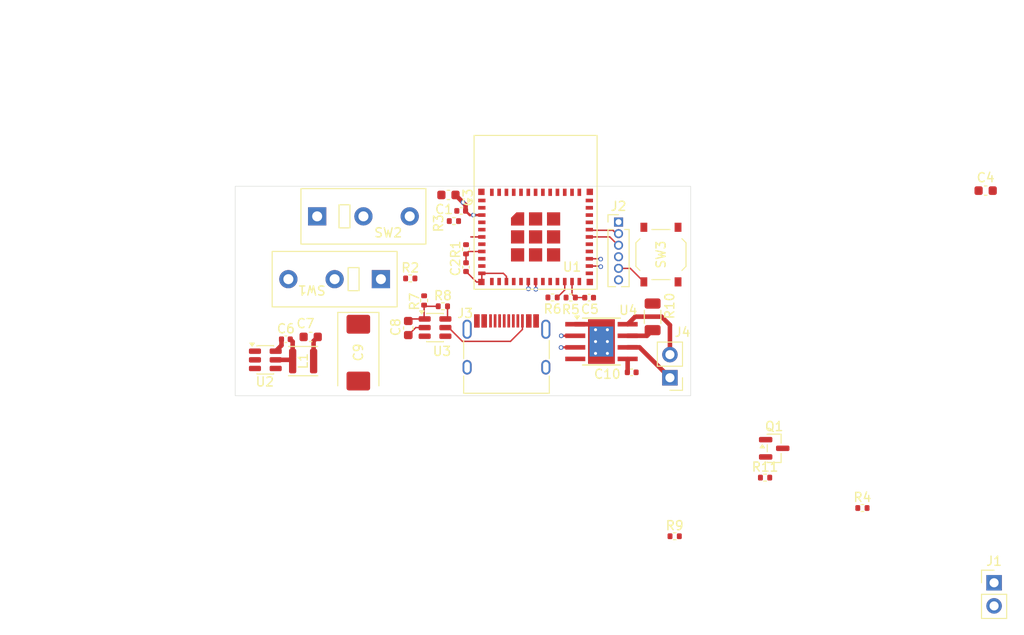
<source format=kicad_pcb>
(kicad_pcb (version 20241229) (generator "pcbnew") (generator_version "9.0")
  (layers (0 "F.Cu" signal) (4 "In1.Cu" signal) (6 "In2.Cu" signal) (2 "B.Cu" signal) (13 "F.Paste" user) (15 "B.Paste" user) (5 "F.SilkS" user "F.Silkscreen") (7 "B.SilkS" user "B.Silkscreen") (1 "F.Mask" user) (3 "B.Mask" user) (25 "Edge.Cuts" user))
  (net 0 "")
  (net 1 "GND")
  (net 2 "+3V3")
  (net 3 "EN")
  (net 4 "IO9{slash}BOOT")
  (net 5 "Net-(U3-VDD)")
  (net 6 "JTAG_DP")
  (net 7 "CC2")
  (net 8 "CC1")
  (net 9 "JTAG_DM")
  (net 10 "+12V")
  (net 11 "Net-(U2-SW)")
  (net 12 "LED_CTRL")
  (net 13 "IO8")
  (net 14 "Net-(U3-CFG)")
  (net 15 "Net-(U4-ISEN)")
  (net 16 "OPEN_SW")
  (net 17 "CLOSE_SW")
  (net 20 "UART_TXD")
  (net 25 "MOTOR_IN1")
  (net 26 "MOTOR_IN2")
  (net 33 "UART_RXD")
  (net 35 "Net-(U2-BST)")
  (net 38 "Net-(J1-Pin_1)")
  (net 41 "Net-(J4-Pin_2)")
  (net 42 "Net-(J4-Pin_1)")
  (net 43 "Net-(SW1-A)")
  (net 44 "Net-(SW2-A)")
  (footprint "Package_SO:Texas_HTSOP-8-1EP_3.9x4.9mm_P1.27mm_EP2.95x4.9mm_Mask2.4x3.1mm_ThermalVias" (layer "F.Cu") (at 89.205 97.055)
    (property "Reference" "U4" (at 2.945 -3.445 0) (layer "F.SilkS"))
    (property "Value" "DRV8870DDA")
    (fp_line (start -2.075 -2.575) (end 2.075 -2.575) (stroke (width 0.15)) (layer "F.SilkS"))
    (fp_line (start -2.075 2.575) (end 2.075 2.575) (stroke (width 0.15)) (layer "F.SilkS"))
    (fp_poly (pts (xy -2.675 -2.475) (xy -2.915 -2.805) (xy -2.435 -2.805) (xy -2.675 -2.475)) (stroke (width 0.12)) (fill yes) (layer "F.SilkS"))
    (pad "1" smd rect (at -2.875 -1.905) (size 2.2 0.5) (layers "F.Cu" "F.Mask" "F.Paste") (net 1 "GND"))
    (pad "2" smd rect (at -2.875 -0.635) (size 2.2 0.5) (layers "F.Cu" "F.Mask" "F.Paste") (net 26 "MOTOR_IN2"))
    (pad "3" smd rect (at -2.875 0.635) (size 2.2 0.5) (layers "F.Cu" "F.Mask" "F.Paste") (net 25 "MOTOR_IN1"))
    (pad "4" smd rect (at -2.875 1.905) (size 2.2 0.5) (layers "F.Cu" "F.Mask" "F.Paste") (net 2 "+3V3"))
    (pad "5" smd rect (at 2.875 1.905) (size 2.2 0.5) (layers "F.Cu" "F.Mask" "F.Paste") (net 10 "+12V"))
    (pad "6" smd rect (at 2.875 0.635) (size 2.2 0.5) (layers "F.Cu" "F.Mask" "F.Paste") (net 42 "Net-(J4-Pin_1)"))
    (pad "7" smd rect (at 2.875 -0.635) (size 2.2 0.5) (layers "F.Cu" "F.Mask" "F.Paste") (net 15 "Net-(U4-ISEN)"))
    (pad "8" smd rect (at 2.875 -1.905) (size 2.2 0.5) (layers "F.Cu" "F.Mask" "F.Paste") (net 41 "Net-(J4-Pin_2)"))
    (pad "9" thru_hole circle (at -0.65 -1.3) (size 0.63 0.63) (drill 0.33) (layers "*.Cu" "*.Mask") (net 1 "GND"))
    (pad "9" thru_hole circle (at -0.65 0) (size 0.63 0.63) (drill 0.33) (layers "*.Cu" "*.Mask") (net 1 "GND"))
    (pad "9" thru_hole circle (at -0.65 1.3) (size 0.63 0.63) (drill 0.33) (layers "*.Cu" "*.Mask") (net 1 "GND"))
    (pad "9" smd rect (at 0 0) (size 2.6 3.3) (layers "B.Cu") (net 1 "GND"))
    (pad "9" smd rect (at 0 0) (size 2.95 4.9) (layers "F.Cu") (net 1 "GND"))
    (pad "9" thru_hole circle (at 0.65 -1.3) (size 0.63 0.63) (drill 0.33) (layers "*.Cu" "*.Mask") (net 1 "GND"))
    (pad "9" thru_hole circle (at 0.65 0) (size 0.63 0.63) (drill 0.33) (layers "*.Cu" "*.Mask") (net 1 "GND"))
    (pad "9" thru_hole circle (at 0.65 1.3) (size 0.63 0.63) (drill 0.33) (layers "*.Cu" "*.Mask") (net 1 "GND"))
  )
  (footprint "Resistor_SMD:R_0402_1005Metric" (layer "F.Cu") (at 85.83 92.22)
    (property "Reference" "R5" (at 0.01 1.31 0) (layer "F.SilkS"))
    (property "Value" "22k")
    (fp_line (start -0.153641 -0.38) (end 0.153641 -0.38) (stroke (width 0.12)) (layer "F.SilkS"))
    (fp_line (start -0.153641 0.38) (end 0.153641 0.38) (stroke (width 0.12)) (layer "F.SilkS"))
    (pad "1" smd roundrect (at -0.51 0) (size 0.54 0.64) (layers "F.Cu" "F.Mask" "F.Paste") (net 2 "+3V3"))
    (pad "2" smd roundrect (at 0.51 0) (size 0.54 0.64) (layers "F.Cu" "F.Mask" "F.Paste") (net 4 "IO9{slash}BOOT"))
  )
  (footprint "Capacitor_SMD:C_0402_1005Metric" (layer "F.Cu") (at 54.565 96.8)
    (property "Reference" "C6" (at 0 -1.16 0) (layer "F.SilkS"))
    (property "Value" "100nF")
    (fp_line (start -0.107836 -0.36) (end 0.107836 -0.36) (stroke (width 0.12)) (layer "F.SilkS"))
    (fp_line (start -0.107836 0.36) (end 0.107836 0.36) (stroke (width 0.12)) (layer "F.SilkS"))
    (pad "1" smd roundrect (at -0.48 0) (size 0.56 0.62) (layers "F.Cu" "F.Mask" "F.Paste") (net 35 "Net-(U2-BST)"))
    (pad "2" smd roundrect (at 0.48 0) (size 0.56 0.62) (layers "F.Cu" "F.Mask" "F.Paste") (net 11 "Net-(U2-SW)"))
  )
  (footprint "Connector_PinHeader_1.27mm:PinHeader_1x06_P1.27mm_Vertical" (layer "F.Cu") (at 91.08 83.93)
    (property "Reference" "J2" (at 0 -1.745 0) (layer "F.SilkS"))
    (property "Value" "UART_PROG")
    (fp_line (start -1.16 -0.81) (end 0 -0.81) (stroke (width 0.12)) (layer "F.SilkS"))
    (fp_line (start -1.16 0) (end -1.16 -0.81) (stroke (width 0.12)) (layer "F.SilkS"))
    (fp_line (start -1.16 0.81) (end -1.16 7.095) (stroke (width 0.12)) (layer "F.SilkS"))
    (fp_line (start -1.16 0.81) (end -0.666708 0.81) (stroke (width 0.12)) (layer "F.SilkS"))
    (fp_line (start -1.16 7.095) (end -0.317923 7.095) (stroke (width 0.12)) (layer "F.SilkS"))
    (fp_line (start 0.317923 7.095) (end 1.16 7.095) (stroke (width 0.12)) (layer "F.SilkS"))
    (fp_line (start 0.666708 0.81) (end 1.16 0.81) (stroke (width 0.12)) (layer "F.SilkS"))
    (fp_line (start 1.16 0.81) (end 1.16 7.095) (stroke (width 0.12)) (layer "F.SilkS"))
    (pad "1" thru_hole rect (at 0 0) (size 1 1) (drill 0.65) (layers "*.Cu" "*.Mask") (net 2 "+3V3"))
    (pad "2" thru_hole circle (at 0 1.27) (size 1 1) (drill 0.65) (layers "*.Cu" "*.Mask") (net 20 "UART_TXD"))
    (pad "3" thru_hole circle (at 0 2.54) (size 1 1) (drill 0.65) (layers "*.Cu" "*.Mask") (net 33 "UART_RXD"))
    (pad "4" thru_hole circle (at 0 3.81) (size 1 1) (drill 0.65) (layers "*.Cu" "*.Mask") (net 3 "EN"))
    (pad "5" thru_hole circle (at 0 5.08) (size 1 1) (drill 0.65) (layers "*.Cu" "*.Mask") (net 4 "IO9{slash}BOOT"))
    (pad "6" thru_hole circle (at 0 6.35) (size 1 1) (drill 0.65) (layers "*.Cu" "*.Mask") (net 1 "GND"))
  )
  (footprint "Button_Switch_THT:SW_XKB_DM1-16UP-1" (layer "F.Cu") (at 58 83.3)
    (property "Reference" "SW2" (at 7.8 1.8 0) (layer "F.SilkS"))
    (property "Value" "CLOSE_DET")
    (fp_rect (start 2.4 -1.27) (end 3.6 1.27) (stroke (width 0.12)) (fill no) (layer "F.SilkS"))
    (fp_rect (start 11.938 -3.048) (end -1.778 3.048) (stroke (width 0.12)) (fill no) (layer "F.SilkS"))
    (pad "1" thru_hole rect (at 0 0) (size 2 2) (drill 1.1) (layers "*.Cu" "*.Mask") (net 44 "Net-(SW2-A)"))
    (pad "2" thru_hole circle (at 5.08 0) (size 2 2) (drill 1.1) (layers "*.Cu" "*.Mask") (net 1 "GND"))
    (pad "3" thru_hole circle (at 10.16 0) (size 2 2) (drill 1.1) (layers "*.Cu" "*.Mask") (net 2 "+3V3"))
  )
  (footprint "Resistor_SMD:R_0402_1005Metric" (layer "F.Cu") (at 83.84 92.21)
    (property "Reference" "R6" (at 0 1.26 0) (layer "F.SilkS"))
    (property "Value" "10k")
    (fp_line (start -0.153641 -0.38) (end 0.153641 -0.38) (stroke (width 0.12)) (layer "F.SilkS"))
    (fp_line (start -0.153641 0.38) (end 0.153641 0.38) (stroke (width 0.12)) (layer "F.SilkS"))
    (pad "1" smd roundrect (at -0.51 0) (size 0.54 0.64) (layers "F.Cu" "F.Mask" "F.Paste") (net 2 "+3V3"))
    (pad "2" smd roundrect (at 0.51 0) (size 0.54 0.64) (layers "F.Cu" "F.Mask" "F.Paste") (net 13 "IO8"))
  )
  (footprint "Resistor_SMD:R_1206_3216Metric" (layer "F.Cu") (at 94.82 94.34 90)
    (property "Reference" "R10" (at 1.2 1.87 90) (layer "F.SilkS"))
    (property "Value" "100mR/0.5w")
    (fp_line (start -0.727064 -0.91) (end 0.727064 -0.91) (stroke (width 0.12)) (layer "F.SilkS"))
    (fp_line (start -0.727064 0.91) (end 0.727064 0.91) (stroke (width 0.12)) (layer "F.SilkS"))
    (pad "1" smd roundrect (at -1.4625 0 90) (size 1.125 1.75) (layers "F.Cu" "F.Mask" "F.Paste") (roundrect_rratio 0.222222) (net 15 "Net-(U4-ISEN)"))
    (pad "2" smd roundrect (at 1.4625 0 90) (size 1.125 1.75) (layers "F.Cu" "F.Mask" "F.Paste") (roundrect_rratio 0.222222) (net 1 "GND"))
  )
  (footprint "Package_TO_SOT_SMD:TSOT-23-6" (layer "F.Cu") (at 52.31 99.0625)
    (property "Reference" "U2" (at -0.05 2.4125 0) (layer "F.SilkS"))
    (property "Value" "AP63203WU")
    (fp_line (start -0.91 -1.56) (end 0.91 -1.56) (stroke (width 0.12)) (layer "F.SilkS"))
    (fp_line (start -0.91 -1.51) (end -0.91 -1.56) (stroke (width 0.12)) (layer "F.SilkS"))
    (fp_line (start -0.91 1.56) (end -0.91 1.51) (stroke (width 0.12)) (layer "F.SilkS"))
    (fp_line (start 0.91 -1.56) (end 0.91 -1.51) (stroke (width 0.12)) (layer "F.SilkS"))
    (fp_line (start 0.91 1.51) (end 0.91 1.56) (stroke (width 0.12)) (layer "F.SilkS"))
    (fp_line (start 0.91 1.56) (end -0.91 1.56) (stroke (width 0.12)) (layer "F.SilkS"))
    (fp_poly (pts (xy -1.45 -1.51) (xy -1.69 -1.84) (xy -1.21 -1.84)) (stroke (width 0.12)) (fill yes) (layer "F.SilkS"))
    (pad "1" smd roundrect (at -1.1375 -0.95) (size 1.325 0.6) (layers "F.Cu" "F.Mask" "F.Paste") (net 2 "+3V3"))
    (pad "2" smd roundrect (at -1.1375 0) (size 1.325 0.6) (layers "F.Cu" "F.Mask" "F.Paste") (net 10 "+12V"))
    (pad "3" smd roundrect (at -1.1375 0.95) (size 1.325 0.6) (layers "F.Cu" "F.Mask" "F.Paste") (net 10 "+12V"))
    (pad "4" smd roundrect (at 1.1375 0.95) (size 1.325 0.6) (layers "F.Cu" "F.Mask" "F.Paste") (net 1 "GND"))
    (pad "5" smd roundrect (at 1.1375 0) (size 1.325 0.6) (layers "F.Cu" "F.Mask" "F.Paste") (net 11 "Net-(U2-SW)"))
    (pad "6" smd roundrect (at 1.1375 -0.95) (size 1.325 0.6) (layers "F.Cu" "F.Mask" "F.Paste") (net 35 "Net-(U2-BST)"))
  )
  (footprint "Resistor_SMD:R_0402_1005Metric" (layer "F.Cu") (at 74.34 86.92 -90)
    (property "Reference" "R1" (at 0.02 1.15 90) (layer "F.SilkS"))
    (property "Value" "10k")
    (fp_line (start -0.153641 0.38) (end 0.153641 0.38) (stroke (width 0.12)) (layer "F.SilkS"))
    (fp_line (start -0.153641 -0.38) (end 0.153641 -0.38) (stroke (width 0.12)) (layer "F.SilkS"))
    (pad "1" smd roundrect (at -0.51 0 270) (size 0.54 0.64) (layers "F.Cu" "F.Mask" "F.Paste") (net 2 "+3V3"))
    (pad "2" smd roundrect (at 0.51 0 270) (size 0.54 0.64) (layers "F.Cu" "F.Mask" "F.Paste") (net 3 "EN"))
  )
  (footprint "Resistor_SMD:R_0402_1005Metric" (layer "F.Cu") (at 71.8 93.18)
    (property "Reference" "R8" (at 0 -1.17 0) (layer "F.SilkS"))
    (property "Value" "47k")
    (fp_line (start -0.153641 -0.38) (end 0.153641 -0.38) (stroke (width 0.12)) (layer "F.SilkS"))
    (fp_line (start -0.153641 0.38) (end 0.153641 0.38) (stroke (width 0.12)) (layer "F.SilkS"))
    (pad "1" smd roundrect (at -0.51 0) (size 0.54 0.64) (layers "F.Cu" "F.Mask" "F.Paste") (net 5 "Net-(U3-VDD)"))
    (pad "2" smd roundrect (at 0.51 0) (size 0.54 0.64) (layers "F.Cu" "F.Mask" "F.Paste") (net 14 "Net-(U3-CFG)"))
  )
  (footprint "Capacitor_SMD:C_0402_1005Metric" (layer "F.Cu") (at 92.525 100.435 180)
    (property "Reference" "C10" (at 2.675 -0.195 0) (layer "F.SilkS"))
    (property "Value" "100nF")
    (fp_line (start -0.107836 0.36) (end 0.107836 0.36) (stroke (width 0.12)) (layer "F.SilkS"))
    (fp_line (start -0.107836 -0.36) (end 0.107836 -0.36) (stroke (width 0.12)) (layer "F.SilkS"))
    (pad "1" smd roundrect (at -0.48 0 180) (size 0.56 0.62) (layers "F.Cu" "F.Mask" "F.Paste") (net 1 "GND"))
    (pad "2" smd roundrect (at 0.48 0 180) (size 0.56 0.62) (layers "F.Cu" "F.Mask" "F.Paste") (net 10 "+12V"))
  )
  (footprint "Capacitor_SMD:C_0603_1608Metric" (layer "F.Cu") (at 68 95.57 -90)
    (property "Reference" "C8" (at -0.1 1.38 90) (layer "F.SilkS"))
    (property "Value" "1uF")
    (fp_line (start -0.14058 0.51) (end 0.14058 0.51) (stroke (width 0.12)) (layer "F.SilkS"))
    (fp_line (start -0.14058 -0.51) (end 0.14058 -0.51) (stroke (width 0.12)) (layer "F.SilkS"))
    (pad "1" smd roundrect (at -0.775 0 270) (size 0.9 0.95) (layers "F.Cu" "F.Mask" "F.Paste") (net 5 "Net-(U3-VDD)"))
    (pad "2" smd roundrect (at 0.775 0 270) (size 0.9 0.95) (layers "F.Cu" "F.Mask" "F.Paste") (net 1 "GND"))
  )
  (footprint "RF_Module:ESP32-C6-MINI-1" (layer "F.Cu") (at 81.975 85.56)
    (property "Reference" "U1" (at 4 3.3 0) (layer "F.SilkS"))
    (property "Value" "ESP32-C6-MINI-1")
    (fp_line (start -6.75 -11.15) (end 6.75 -11.15) (stroke (width 0.12)) (layer "F.SilkS"))
    (fp_line (start -6.75 5.75) (end -6.75 -11.15) (stroke (width 0.12)) (layer "F.SilkS"))
    (fp_line (start 6.75 -11.15) (end 6.75 5.75) (stroke (width 0.12)) (layer "F.SilkS"))
    (fp_line (start 6.75 5.75) (end -6.75 5.75) (stroke (width 0.12)) (layer "F.SilkS"))
    (fp_poly (pts (xy -7.1 -4) (xy -7.436 -3.76) (xy -7.436 -4.24) (xy -7.1 -4)) (stroke (width 0.12)) (fill yes) (layer "F.SilkS"))
    (pad "1" smd rect (at -5.9 -4) (size 0.8 0.4) (layers "F.Cu" "F.Mask" "F.Paste") (net 1 "GND"))
    (pad "2" smd rect (at -5.9 -3.2) (size 0.8 0.4) (layers "F.Cu" "F.Mask" "F.Paste") (net 1 "GND"))
    (pad "3" smd rect (at -5.9 -2.4) (size 0.8 0.4) (layers "F.Cu" "F.Mask" "F.Paste") (net 2 "+3V3"))
    (pad "4" smd rect (at -5.9 -1.6) (size 0.8 0.4) (layers "F.Cu" "F.Mask" "F.Paste"))
    (pad "5" smd rect (at -5.9 -0.8) (size 0.8 0.4) (layers "F.Cu" "F.Mask" "F.Paste") (net 17 "CLOSE_SW"))
    (pad "6" smd rect (at -5.9 0) (size 0.8 0.4) (layers "F.Cu" "F.Mask" "F.Paste") (net 16 "OPEN_SW"))
    (pad "7" smd rect (at -5.9 0.8) (size 0.8 0.4) (layers "F.Cu" "F.Mask" "F.Paste"))
    (pad "8" smd rect (at -5.9 1.6) (size 0.8 0.4) (layers "F.Cu" "F.Mask" "F.Paste") (net 3 "EN"))
    (pad "9" smd rect (at -5.9 2.4) (size 0.8 0.4) (layers "F.Cu" "F.Mask" "F.Paste"))
    (pad "10" smd rect (at -5.9 3.2) (size 0.8 0.4) (layers "F.Cu" "F.Mask" "F.Paste"))
    (pad "11" smd rect (at -5.9 4) (size 0.8 0.4) (layers "F.Cu" "F.Mask" "F.Paste") (net 1 "GND"))
    (pad "12" smd rect (at -4.8 4.9 90) (size 0.8 0.4) (layers "F.Cu" "F.Mask" "F.Paste"))
    (pad "13" smd rect (at -4 4.9 90) (size 0.8 0.4) (layers "F.Cu" "F.Mask" "F.Paste"))
    (pad "14" smd rect (at -3.2 4.9 90) (size 0.8 0.4) (layers "F.Cu" "F.Mask" "F.Paste") (net 1 "GND"))
    (pad "15" smd rect (at -2.4 4.9 90) (size 0.8 0.4) (layers "F.Cu" "F.Mask" "F.Paste"))
    (pad "16" smd rect (at -1.6 4.9 90) (size 0.8 0.4) (layers "F.Cu" "F.Mask" "F.Paste"))
    (pad "17" smd rect (at -0.8 4.9 90) (size 0.8 0.4) (layers "F.Cu" "F.Mask" "F.Paste") (net 9 "JTAG_DM"))
    (pad "18" smd rect (at 0 4.9 90) (size 0.8 0.4) (layers "F.Cu" "F.Mask" "F.Paste") (net 6 "JTAG_DP"))
    (pad "19" smd rect (at 0.8 4.9 90) (size 0.8 0.4) (layers "F.Cu" "F.Mask" "F.Paste") (net 12 "LED_CTRL"))
    (pad "20" smd rect (at 1.6 4.9 90) (size 0.8 0.4) (layers "F.Cu" "F.Mask" "F.Paste"))
    (pad "21" smd rect (at 2.4 4.9 90) (size 0.8 0.4) (layers "F.Cu" "F.Mask" "F.Paste"))
    (pad "22" smd rect (at 3.2 4.9 90) (size 0.8 0.4) (layers "F.Cu" "F.Mask" "F.Paste") (net 13 "IO8"))
    (pad "23" smd rect (at 4 4.9 90) (size 0.8 0.4) (layers "F.Cu" "F.Mask" "F.Paste") (net 4 "IO9{slash}BOOT"))
    (pad "24" smd rect (at 4.8 4.9 90) (size 0.8 0.4) (layers "F.Cu" "F.Mask" "F.Paste"))
    (pad "25" smd rect (at 5.9 4) (size 0.8 0.4) (layers "F.Cu" "F.Mask" "F.Paste"))
    (pad "26" smd rect (at 5.9 3.2) (size 0.8 0.4) (layers "F.Cu" "F.Mask" "F.Paste") (net 25 "MOTOR_IN1"))
    (pad "27" smd rect (at 5.9 2.4) (size 0.8 0.4) (layers "F.Cu" "F.Mask" "F.Paste") (net 26 "MOTOR_IN2"))
    (pad "28" smd rect (at 5.9 1.6) (size 0.8 0.4) (layers "F.Cu" "F.Mask" "F.Paste"))
    (pad "29" smd rect (at 5.9 0.8) (size 0.8 0.4) (layers "F.Cu" "F.Mask" "F.Paste"))
    (pad "30" smd rect (at 5.9 0) (size 0.8 0.4) (layers "F.Cu" "F.Mask" "F.Paste") (net 33 "UART_RXD"))
    (pad "31" smd rect (at 5.9 -0.8) (size 0.8 0.4) (layers "F.Cu" "F.Mask" "F.Paste") (net 20 "UART_TXD"))
    (pad "32" smd rect (at 5.9 -1.6) (size 0.8 0.4) (layers "F.Cu" "F.Mask" "F.Paste"))
    (pad "33" smd rect (at 5.9 -2.4) (size 0.8 0.4) (layers "F.Cu" "F.Mask" "F.Paste"))
    (pad "34" smd rect (at 5.9 -3.2) (size 0.8 0.4) (layers "F.Cu" "F.Mask" "F.Paste"))
    (pad "35" smd rect (at 5.9 -4) (size 0.8 0.4) (layers "F.Cu" "F.Mask" "F.Paste"))
    (pad "36" smd rect (at 4.8 -4.9 90) (size 0.8 0.4) (layers "F.Cu" "F.Mask" "F.Paste") (net 1 "GND"))
    (pad "37" smd rect (at 4 -4.9 90) (size 0.8 0.4) (layers "F.Cu" "F.Mask" "F.Paste") (net 1 "GND"))
    (pad "38" smd rect (at 3.2 -4.9 90) (size 0.8 0.4) (layers "F.Cu" "F.Mask" "F.Paste") (net 1 "GND"))
    (pad "39" smd rect (at 2.4 -4.9 90) (size 0.8 0.4) (layers "F.Cu" "F.Mask" "F.Paste") (net 1 "GND"))
    (pad "40" smd rect (at 1.6 -4.9 90) (size 0.8 0.4) (layers "F.Cu" "F.Mask" "F.Paste") (net 1 "GND"))
    (pad "41" smd rect (at 0.8 -4.9 90) (size 0.8 0.4) (layers "F.Cu" "F.Mask" "F.Paste") (net 1 "GND"))
    (pad "42" smd rect (at 0 -4.9 90) (size 0.8 0.4) (layers "F.Cu" "F.Mask" "F.Paste") (net 1 "GND"))
    (pad "43" smd rect (at -0.8 -4.9 90) (size 0.8 0.4) (layers "F.Cu" "F.Mask" "F.Paste") (net 1 "GND"))
    (pad "44" smd rect (at -1.6 -4.9 90) (size 0.8 0.4) (layers "F.Cu" "F.Mask" "F.Paste") (net 1 "GND"))
    (pad "45" smd rect (at -2.4 -4.9 90) (size 0.8 0.4) (layers "F.Cu" "F.Mask" "F.Paste") (net 1 "GND"))
    (pad "46" smd rect (at -3.2 -4.9 90) (size 0.8 0.4) (layers "F.Cu" "F.Mask" "F.Paste") (net 1 "GND"))
    (pad "47" smd rect (at -4 -4.9 90) (size 0.8 0.4) (layers "F.Cu" "F.Mask" "F.Paste") (net 1 "GND"))
    (pad "48" smd rect (at -4.8 -4.9 90) (size 0.8 0.4) (layers "F.Cu" "F.Mask" "F.Paste") (net 1 "GND"))
    (pad "49" smd roundrect (at -1.975 -1.975) (size 1.45 1.45) (property pad_prop_heatsink) (layers "F.Cu" "F.Mask" "F.Paste") (roundrect_rratio 0) (chamfer_ratio 0.41) (chamfer top_left) (net 1 "GND"))
    (pad "49" smd rect (at -1.975 0) (size 1.45 1.45) (property pad_prop_heatsink) (layers "F.Cu" "F.Mask" "F.Paste") (net 1 "GND"))
    (pad "49" smd rect (at -1.975 1.975) (size 1.45 1.45) (property pad_prop_heatsink) (layers "F.Cu" "F.Mask" "F.Paste") (net 1 "GND"))
    (pad "49" smd rect (at 0 -1.975) (size 1.45 1.45) (property pad_prop_heatsink) (layers "F.Cu" "F.Mask" "F.Paste") (net 1 "GND"))
    (pad "49" smd rect (at 0 0) (size 1.45 1.45) (property pad_prop_heatsink) (layers "F.Cu" "F.Mask" "F.Paste") (net 1 "GND"))
    (pad "49" smd rect (at 0 1.975) (size 1.45 1.45) (property pad_prop_heatsink) (layers "F.Cu" "F.Mask" "F.Paste") (net 1 "GND"))
    (pad "49" smd rect (at 1.975 -1.975) (size 1.45 1.45) (property pad_prop_heatsink) (layers "F.Cu" "F.Mask" "F.Paste") (net 1 "GND"))
    (pad "49" smd rect (at 1.975 0) (size 1.45 1.45) (property pad_prop_heatsink) (layers "F.Cu" "F.Mask" "F.Paste") (net 1 "GND"))
    (pad "49" smd rect (at 1.975 1.975) (size 1.45 1.45) (property pad_prop_heatsink) (layers "F.Cu" "F.Mask" "F.Paste") (net 1 "GND"))
    (pad "50" smd rect (at 5.95 -4.95) (size 0.7 0.7) (layers "F.Cu" "F.Mask" "F.Paste") (net 1 "GND"))
    (pad "51" smd rect (at 5.95 4.95) (size 0.7 0.7) (layers "F.Cu" "F.Mask" "F.Paste") (net 1 "GND"))
    (pad "52" smd rect (at -5.95 4.95) (size 0.7 0.7) (layers "F.Cu" "F.Mask" "F.Paste") (net 1 "GND"))
    (pad "53" smd rect (at -5.95 -4.95) (size 0.7 0.7) (layers "F.Cu" "F.Mask" "F.Paste") (net 1 "GND"))
  )
  (footprint "Connector_PinHeader_2.54mm:PinHeader_1x02_P2.54mm_Vertical" (layer "F.Cu") (at 96.72 101.03 180)
    (property "Reference" "J4" (at -1.39 5.01 0) (layer "F.SilkS"))
    (property "Value" "MOTOR_OUT")
    (fp_line (start 1.38 1.27) (end 1.38 3.92) (stroke (width 0.12)) (layer "F.SilkS"))
    (fp_line (start -1.38 3.92) (end 1.38 3.92) (stroke (width 0.12)) (layer "F.SilkS"))
    (fp_line (start -1.38 1.27) (end 1.38 1.27) (stroke (width 0.12)) (layer "F.SilkS"))
    (fp_line (start -1.38 1.27) (end -1.38 3.92) (stroke (width 0.12)) (layer "F.SilkS"))
    (fp_line (start -1.38 0) (end -1.38 -1.38) (stroke (width 0.12)) (layer "F.SilkS"))
    (fp_line (start -1.38 -1.38) (end 0 -1.38) (stroke (width 0.12)) (layer "F.SilkS"))
    (pad "1" thru_hole rect (at 0 0 180) (size 1.7 1.7) (drill 1) (layers "*.Cu" "*.Mask") (net 42 "Net-(J4-Pin_1)"))
    (pad "2" thru_hole circle (at 0 2.54 180) (size 1.7 1.7) (drill 1) (layers "*.Cu" "*.Mask") (net 41 "Net-(J4-Pin_2)"))
  )
  (footprint "Resistor_SMD:R_0402_1005Metric" (layer "F.Cu") (at 107.165 112)
    (property "Reference" "R11" (at 0 -1.17 0) (layer "F.SilkS"))
    (property "Value" "5.11k")
    (fp_line (start -0.153641 -0.38) (end 0.153641 -0.38) (stroke (width 0.12)) (layer "F.SilkS"))
    (fp_line (start -0.153641 0.38) (end 0.153641 0.38) (stroke (width 0.12)) (layer "F.SilkS"))
    (pad "1" smd roundrect (at -0.51 0) (size 0.54 0.64) (layers "F.Cu" "F.Mask" "F.Paste") (net 8 "CC1"))
    (pad "2" smd roundrect (at 0.51 0) (size 0.54 0.64) (layers "F.Cu" "F.Mask" "F.Paste") (net 1 "GND"))
  )
  (footprint "Package_TO_SOT_SMD:SOT-23-6" (layer "F.Cu") (at 70.9375 95.52)
    (property "Reference" "U3" (at 0.7625 2.6 0) (layer "F.SilkS"))
    (property "Value" "CH221K")
    (fp_line (start -0.91 -1.56) (end 0.91 -1.56) (stroke (width 0.12)) (layer "F.SilkS"))
    (fp_line (start -0.91 -1.51) (end -0.91 -1.56) (stroke (width 0.12)) (layer "F.SilkS"))
    (fp_line (start -0.91 1.56) (end -0.91 1.51) (stroke (width 0.12)) (layer "F.SilkS"))
    (fp_line (start 0.91 -1.56) (end 0.91 -1.51) (stroke (width 0.12)) (layer "F.SilkS"))
    (fp_line (start 0.91 1.51) (end 0.91 1.56) (stroke (width 0.12)) (layer "F.SilkS"))
    (fp_line (start 0.91 1.56) (end -0.91 1.56) (stroke (width 0.12)) (layer "F.SilkS"))
    (fp_poly (pts (xy -1.45 -1.51) (xy -1.69 -1.84) (xy -1.21 -1.84)) (stroke (width 0.12)) (fill yes) (layer "F.SilkS"))
    (pad "1" smd roundrect (at -1.1375 -0.95) (size 1.325 0.6) (layers "F.Cu" "F.Mask" "F.Paste") (net 5 "Net-(U3-VDD)"))
    (pad "2" smd roundrect (at -1.1375 0) (size 1.325 0.6) (layers "F.Cu" "F.Mask" "F.Paste") (net 1 "GND"))
    (pad "3" smd roundrect (at -1.1375 0.95) (size 1.325 0.6) (layers "F.Cu" "F.Mask" "F.Paste"))
    (pad "4" smd roundrect (at 1.1375 0.95) (size 1.325 0.6) (layers "F.Cu" "F.Mask" "F.Paste") (net 8 "CC1"))
    (pad "5" smd roundrect (at 1.1375 0) (size 1.325 0.6) (layers "F.Cu" "F.Mask" "F.Paste") (net 7 "CC2"))
    (pad "6" smd roundrect (at 1.1375 -0.95) (size 1.325 0.6) (layers "F.Cu" "F.Mask" "F.Paste") (net 14 "Net-(U3-CFG)"))
  )
  (footprint "Capacitor_SMD:C_0603_1608Metric" (layer "F.Cu") (at 131.375 80.475)
    (property "Reference" "C4" (at 0 -1.43 0) (layer "F.SilkS"))
    (property "Value" "10uF")
    (fp_line (start -0.14058 -0.51) (end 0.14058 -0.51) (stroke (width 0.12)) (layer "F.SilkS"))
    (fp_line (start -0.14058 0.51) (end 0.14058 0.51) (stroke (width 0.12)) (layer "F.SilkS"))
    (pad "1" smd roundrect (at -0.775 0) (size 0.9 0.95) (layers "F.Cu" "F.Mask" "F.Paste") (net 10 "+12V"))
    (pad "2" smd roundrect (at 0.775 0) (size 0.9 0.95) (layers "F.Cu" "F.Mask" "F.Paste") (net 1 "GND"))
  )
  (footprint "Capacitor_Tantalum_SMD:CP_EIA-7343-31_Kemet-D" (layer "F.Cu") (at 62.52 98.27 -90)
    (property "Reference" "C9" (at -0.02 0 90) (layer "F.SilkS"))
    (property "Value" "47uF")
    (fp_line (start -4.415 2.26) (end 3.65 2.26) (stroke (width 0.12)) (layer "F.SilkS"))
    (fp_line (start -4.415 -2.26) (end -4.415 2.26) (stroke (width 0.12)) (layer "F.SilkS"))
    (fp_line (start 3.65 -2.26) (end -4.415 -2.26) (stroke (width 0.12)) (layer "F.SilkS"))
    (pad "1" smd roundrect (at -3.12 0 270) (size 2.07 2.59) (layers "F.Cu" "F.Mask" "F.Paste") (roundrect_rratio 0.120773) (net 10 "+12V"))
    (pad "2" smd roundrect (at 3.12 0 270) (size 2.07 2.59) (layers "F.Cu" "F.Mask" "F.Paste") (roundrect_rratio 0.120773) (net 1 "GND"))
  )
  (footprint "Package_TO_SOT_SMD:SOT-23" (layer "F.Cu") (at 108.165 108.78)
    (property "Reference" "Q1" (at 0 -2.4 0) (layer "F.SilkS"))
    (property "Value" "AO3400A")
    (fp_line (start -0.76 -1.56) (end 0.76 -1.56) (stroke (width 0.12)) (layer "F.SilkS"))
    (fp_line (start -0.76 -1.51) (end -0.76 -1.56) (stroke (width 0.12)) (layer "F.SilkS"))
    (fp_line (start -0.76 0.39) (end -0.76 -0.39) (stroke (width 0.12)) (layer "F.SilkS"))
    (fp_line (start -0.76 1.56) (end -0.76 1.51) (stroke (width 0.12)) (layer "F.SilkS"))
    (fp_line (start 0.76 -1.56) (end 0.76 -0.56) (stroke (width 0.12)) (layer "F.SilkS"))
    (fp_line (start 0.76 0.56) (end 0.76 1.56) (stroke (width 0.12)) (layer "F.SilkS"))
    (fp_line (start 0.76 1.56) (end -0.76 1.56) (stroke (width 0.12)) (layer "F.SilkS"))
    (fp_poly (pts (xy -1.3 -0.38) (xy -1.06 -0.05) (xy -1.54 -0.05)) (stroke (width 0.12)) (fill yes) (layer "F.SilkS"))
    (pad "1" smd roundrect (at -0.9375 -0.95) (size 1.475 0.6) (layers "F.Cu" "F.Mask" "F.Paste") (net 12 "LED_CTRL"))
    (pad "2" smd roundrect (at -0.9375 0.95) (size 1.475 0.6) (layers "F.Cu" "F.Mask" "F.Paste") (net 1 "GND"))
    (pad "3" smd roundrect (at 0.9375 0) (size 1.475 0.6) (layers "F.Cu" "F.Mask" "F.Paste") (net 38 "Net-(J1-Pin_1)"))
  )
  (footprint "Capacitor_SMD:C_0402_1005Metric" (layer "F.Cu") (at 73.81 82.7 180)
    (property "Reference" "C1" (at 1.88 0.17 0) (layer "F.SilkS"))
    (property "Value" "1uF")
    (fp_line (start -0.107836 0.36) (end 0.107836 0.36) (stroke (width 0.12)) (layer "F.SilkS"))
    (fp_line (start -0.107836 -0.36) (end 0.107836 -0.36) (stroke (width 0.12)) (layer "F.SilkS"))
    (pad "1" smd roundrect (at -0.48 0 180) (size 0.56 0.62) (layers "F.Cu" "F.Mask" "F.Paste") (net 2 "+3V3"))
    (pad "2" smd roundrect (at 0.48 0 180) (size 0.56 0.62) (layers "F.Cu" "F.Mask" "F.Paste") (net 1 "GND"))
  )
  (footprint "Resistor_SMD:R_0402_1005Metric" (layer "F.Cu") (at 73.01 83.82)
    (property "Reference" "R3" (at -1.69 0.24 90) (layer "F.SilkS"))
    (property "Value" "22k")
    (fp_line (start -0.153641 -0.38) (end 0.153641 -0.38) (stroke (width 0.12)) (layer "F.SilkS"))
    (fp_line (start -0.153641 0.38) (end 0.153641 0.38) (stroke (width 0.12)) (layer "F.SilkS"))
    (pad "1" smd roundrect (at -0.51 0) (size 0.54 0.64) (layers "F.Cu" "F.Mask" "F.Paste") (net 44 "Net-(SW2-A)"))
    (pad "2" smd roundrect (at 0.51 0) (size 0.54 0.64) (layers "F.Cu" "F.Mask" "F.Paste") (net 17 "CLOSE_SW"))
  )
  (footprint "Resistor_SMD:R_0402_1005Metric" (layer "F.Cu") (at 97.24 118.44)
    (property "Reference" "R9" (at 0 -1.17 0) (layer "F.SilkS"))
    (property "Value" "5.11k")
    (fp_line (start -0.153641 -0.38) (end 0.153641 -0.38) (stroke (width 0.12)) (layer "F.SilkS"))
    (fp_line (start -0.153641 0.38) (end 0.153641 0.38) (stroke (width 0.12)) (layer "F.SilkS"))
    (pad "1" smd roundrect (at -0.51 0) (size 0.54 0.64) (layers "F.Cu" "F.Mask" "F.Paste") (net 7 "CC2"))
    (pad "2" smd roundrect (at 0.51 0) (size 0.54 0.64) (layers "F.Cu" "F.Mask" "F.Paste") (net 1 "GND"))
  )
  (footprint "Capacitor_SMD:C_0603_1608Metric" (layer "F.Cu") (at 57.29 96.545 180)
    (property "Reference" "C7" (at 0.57 1.47 0) (layer "F.SilkS"))
    (property "Value" "22uF")
    (fp_line (start -0.14058 0.51) (end 0.14058 0.51) (stroke (width 0.12)) (layer "F.SilkS"))
    (fp_line (start -0.14058 -0.51) (end 0.14058 -0.51) (stroke (width 0.12)) (layer "F.SilkS"))
    (pad "1" smd roundrect (at -0.775 0 180) (size 0.9 0.95) (layers "F.Cu" "F.Mask" "F.Paste") (net 2 "+3V3"))
    (pad "2" smd roundrect (at 0.775 0 180) (size 0.9 0.95) (layers "F.Cu" "F.Mask" "F.Paste") (net 1 "GND"))
  )
  (footprint "Resistor_SMD:R_0402_1005Metric" (layer "F.Cu") (at 69.74 92.54 -90)
    (property "Reference" "R7" (at 0.12 1.06 90) (layer "F.SilkS"))
    (property "Value" "1k")
    (fp_line (start -0.153641 0.38) (end 0.153641 0.38) (stroke (width 0.12)) (layer "F.SilkS"))
    (fp_line (start -0.153641 -0.38) (end 0.153641 -0.38) (stroke (width 0.12)) (layer "F.SilkS"))
    (pad "1" smd roundrect (at -0.51 0 270) (size 0.54 0.64) (layers "F.Cu" "F.Mask" "F.Paste") (net 10 "+12V"))
    (pad "2" smd roundrect (at 0.51 0 270) (size 0.54 0.64) (layers "F.Cu" "F.Mask" "F.Paste") (net 5 "Net-(U3-VDD)"))
  )
  (footprint "Button_Switch_SMD:SW_Push_1P1T_XKB_TS-1187A" (layer "F.Cu") (at 95.735 87.5 -90)
    (property "Reference" "SW3" (at 0 0 90) (layer "F.SilkS"))
    (property "Value" "BOOT")
    (fp_line (start -1.3 2.75) (end 1.3 2.75) (stroke (width 0.12)) (layer "F.SilkS"))
    (fp_line (start -1.75 2.3) (end -1.3 2.75) (stroke (width 0.12)) (layer "F.SilkS"))
    (fp_line (start 1.75 2.3) (end 1.3 2.75) (stroke (width 0.12)) (layer "F.SilkS"))
    (fp_line (start -2.75 -1) (end -2.75 1) (stroke (width 0.12)) (layer "F.SilkS"))
    (fp_line (start 2.75 -1) (end 2.75 1) (stroke (width 0.12)) (layer "F.SilkS"))
    (fp_line (start -1.75 -2.3) (end -1.3 -2.75) (stroke (width 0.12)) (layer "F.SilkS"))
    (fp_line (start 1.75 -2.3) (end 1.3 -2.75) (stroke (width 0.12)) (layer "F.SilkS"))
    (fp_line (start -1.3 -2.75) (end 1.3 -2.75) (stroke (width 0.12)) (layer "F.SilkS"))
    (pad "1" smd rect (at -3 -1.875 270) (size 1 0.75) (layers "F.Cu" "F.Mask" "F.Paste") (net 1 "GND"))
    (pad "1" smd rect (at 3 -1.875 270) (size 1 0.75) (layers "F.Cu" "F.Mask" "F.Paste") (net 1 "GND"))
    (pad "2" smd rect (at -3 1.875 270) (size 1 0.75) (layers "F.Cu" "F.Mask" "F.Paste") (net 4 "IO9{slash}BOOT"))
    (pad "2" smd rect (at 3 1.875 270) (size 1 0.75) (layers "F.Cu" "F.Mask" "F.Paste") (net 4 "IO9{slash}BOOT"))
  )
  (footprint "Capacitor_SMD:C_0603_1608Metric" (layer "F.Cu") (at 72.41 80.95 180)
    (property "Reference" "C3" (at -2.15 -0.28 90) (layer "F.SilkS"))
    (property "Value" "22uF")
    (fp_line (start -0.14058 0.51) (end 0.14058 0.51) (stroke (width 0.12)) (layer "F.SilkS"))
    (fp_line (start -0.14058 -0.51) (end 0.14058 -0.51) (stroke (width 0.12)) (layer "F.SilkS"))
    (pad "1" smd roundrect (at -0.775 0 180) (size 0.9 0.95) (layers "F.Cu" "F.Mask" "F.Paste") (net 2 "+3V3"))
    (pad "2" smd roundrect (at 0.775 0 180) (size 0.9 0.95) (layers "F.Cu" "F.Mask" "F.Paste") (net 1 "GND"))
  )
  (footprint "Resistor_SMD:R_0402_1005Metric" (layer "F.Cu") (at 117.85 115.34)
    (property "Reference" "R4" (at 0 -1.17 0) (layer "F.SilkS"))
    (property "Value" "22k")
    (fp_line (start -0.153641 -0.38) (end 0.153641 -0.38) (stroke (width 0.12)) (layer "F.SilkS"))
    (fp_line (start -0.153641 0.38) (end 0.153641 0.38) (stroke (width 0.12)) (layer "F.SilkS"))
    (pad "1" smd roundrect (at -0.51 0) (size 0.54 0.64) (layers "F.Cu" "F.Mask" "F.Paste") (net 1 "GND"))
    (pad "2" smd roundrect (at 0.51 0) (size 0.54 0.64) (layers "F.Cu" "F.Mask" "F.Paste") (net 12 "LED_CTRL"))
  )
  (footprint "Capacitor_SMD:C_0402_1005Metric" (layer "F.Cu") (at 87.85 92.23)
    (property "Reference" "C5" (at 0.08 1.27 0) (layer "F.SilkS"))
    (property "Value" "100nF")
    (fp_line (start -0.107836 -0.36) (end 0.107836 -0.36) (stroke (width 0.12)) (layer "F.SilkS"))
    (fp_line (start -0.107836 0.36) (end 0.107836 0.36) (stroke (width 0.12)) (layer "F.SilkS"))
    (pad "1" smd roundrect (at -0.48 0) (size 0.56 0.62) (layers "F.Cu" "F.Mask" "F.Paste") (net 4 "IO9{slash}BOOT"))
    (pad "2" smd roundrect (at 0.48 0) (size 0.56 0.62) (layers "F.Cu" "F.Mask" "F.Paste") (net 1 "GND"))
  )
  (footprint "Inductor_SMD:L_Changjiang_FNR3015S" (layer "F.Cu") (at 56.46 99.2)
    (property "Reference" "L1" (at 0 0 90) (layer "F.SilkS"))
    (property "Value" "3.9uH")
    (fp_line (start -1.61 -1.61) (end 1.61 -1.61) (stroke (width 0.12)) (layer "F.SilkS"))
    (fp_line (start 1.61 1.61) (end -1.61 1.61) (stroke (width 0.12)) (layer "F.SilkS"))
    (pad "1" smd roundrect (at -1.15 0) (size 0.8 2.7) (layers "F.Cu" "F.Mask" "F.Paste") (net 11 "Net-(U2-SW)"))
    (pad "2" smd roundrect (at 1.15 0) (size 0.8 2.7) (layers "F.Cu" "F.Mask" "F.Paste") (net 2 "+3V3"))
  )
  (footprint "Resistor_SMD:R_0402_1005Metric" (layer "F.Cu") (at 68.22 90.12)
    (property "Reference" "R2" (at 0 -1.17 0) (layer "F.SilkS"))
    (property "Value" "22k")
    (fp_line (start -0.153641 -0.38) (end 0.153641 -0.38) (stroke (width 0.12)) (layer "F.SilkS"))
    (fp_line (start -0.153641 0.38) (end 0.153641 0.38) (stroke (width 0.12)) (layer "F.SilkS"))
    (pad "1" smd roundrect (at -0.51 0) (size 0.54 0.64) (layers "F.Cu" "F.Mask" "F.Paste") (net 43 "Net-(SW1-A)"))
    (pad "2" smd roundrect (at 0.51 0) (size 0.54 0.64) (layers "F.Cu" "F.Mask" "F.Paste") (net 16 "OPEN_SW"))
  )
  (footprint "Connector_PinHeader_2.54mm:PinHeader_1x02_P2.54mm_Vertical" (layer "F.Cu") (at 132.3 123.55)
    (property "Reference" "J1" (at 0 -2.38 0) (layer "F.SilkS"))
    (property "Value" "LED_OUT")
    (fp_line (start -1.38 -1.38) (end 0 -1.38) (stroke (width 0.12)) (layer "F.SilkS"))
    (fp_line (start -1.38 0) (end -1.38 -1.38) (stroke (width 0.12)) (layer "F.SilkS"))
    (fp_line (start -1.38 1.27) (end -1.38 3.92) (stroke (width 0.12)) (layer "F.SilkS"))
    (fp_line (start -1.38 1.27) (end 1.38 1.27) (stroke (width 0.12)) (layer "F.SilkS"))
    (fp_line (start -1.38 3.92) (end 1.38 3.92) (stroke (width 0.12)) (layer "F.SilkS"))
    (fp_line (start 1.38 1.27) (end 1.38 3.92) (stroke (width 0.12)) (layer "F.SilkS"))
    (pad "1" thru_hole rect (at 0 0) (size 1.7 1.7) (drill 1) (layers "*.Cu" "*.Mask") (net 38 "Net-(J1-Pin_1)"))
    (pad "2" thru_hole circle (at 0 2.54) (size 1.7 1.7) (drill 1) (layers "*.Cu" "*.Mask") (net 10 "+12V"))
  )
  (footprint "Button_Switch_THT:SW_XKB_DM1-16UP-1" (layer "F.Cu") (at 65 90.2 180)
    (property "Reference" "SW1" (at 7.6 -1.2 180) (layer "F.SilkS"))
    (property "Value" "OPEN_DET")
    (fp_rect (start 11.938 -3.048) (end -1.778 3.048) (stroke (width 0.12)) (fill no) (layer "F.SilkS"))
    (fp_rect (start 2.4 -1.27) (end 3.6 1.27) (stroke (width 0.12)) (fill no) (layer "F.SilkS"))
    (pad "1" thru_hole rect (at 0 0 180) (size 2 2) (drill 1.1) (layers "*.Cu" "*.Mask") (net 43 "Net-(SW1-A)"))
    (pad "2" thru_hole circle (at 5.08 0 180) (size 2 2) (drill 1.1) (layers "*.Cu" "*.Mask") (net 1 "GND"))
    (pad "3" thru_hole circle (at 10.16 0 180) (size 2 2) (drill 1.1) (layers "*.Cu" "*.Mask") (net 2 "+3V3"))
  )
  (footprint "Connector_USB:USB_C_Receptacle_HRO_TYPE-C-31-M-12" (layer "F.Cu") (at 78.78 98.83)
    (property "Reference" "J3" (at -4.53 -4.88 0) (layer "F.SilkS"))
    (property "Value" "USB_JTAG")
    (fp_line (start -4.7 -1.9) (end -4.7 0.1) (stroke (width 0.12)) (layer "F.SilkS"))
    (fp_line (start -4.7 2) (end -4.7 3.9) (stroke (width 0.12)) (layer "F.SilkS"))
    (fp_line (start -4.7 3.9) (end 4.7 3.9) (stroke (width 0.12)) (layer "F.SilkS"))
    (fp_line (start 4.7 -1.9) (end 4.7 0.1) (stroke (width 0.12)) (layer "F.SilkS"))
    (fp_line (start 4.7 2) (end 4.7 3.9) (stroke (width 0.12)) (layer "F.SilkS"))
    (pad "" np_thru_hole circle (at -2.89 -2.6) (size 0.65 0.65) (drill 0.65) (layers "*.Cu" "*.Mask"))
    (pad "" np_thru_hole circle (at 2.89 -2.6) (size 0.65 0.65) (drill 0.65) (layers "*.Cu" "*.Mask"))
    (pad "A1" smd rect (at -3.25 -4.045) (size 0.6 1.45) (layers "F.Cu" "F.Mask" "F.Paste") (net 1 "GND"))
    (pad "A4" smd rect (at -2.45 -4.045) (size 0.6 1.45) (layers "F.Cu" "F.Mask" "F.Paste") (net 10 "+12V"))
    (pad "A5" smd rect (at -1.25 -4.045) (size 0.3 1.45) (layers "F.Cu" "F.Mask" "F.Paste") (net 8 "CC1"))
    (pad "A6" smd rect (at -0.25 -4.045) (size 0.3 1.45) (layers "F.Cu" "F.Mask" "F.Paste") (net 6 "JTAG_DP"))
    (pad "A7" smd rect (at 0.25 -4.045) (size 0.3 1.45) (layers "F.Cu" "F.Mask" "F.Paste") (net 9 "JTAG_DM"))
    (pad "A8" smd rect (at 1.25 -4.045) (size 0.3 1.45) (layers "F.Cu" "F.Mask" "F.Paste"))
    (pad "A9" smd rect (at 2.45 -4.045) (size 0.6 1.45) (layers "F.Cu" "F.Mask" "F.Paste") (net 10 "+12V"))
    (pad "A12" smd rect (at 3.25 -4.045) (size 0.6 1.45) (layers "F.Cu" "F.Mask" "F.Paste") (net 1 "GND"))
    (pad "B1" smd rect (at 3.25 -4.045) (size 0.6 1.45) (layers "F.Cu" "F.Mask" "F.Paste") (net 1 "GND"))
    (pad "B4" smd rect (at 2.45 -4.045) (size 0.6 1.45) (layers "F.Cu" "F.Mask" "F.Paste") (net 10 "+12V"))
    (pad "B5" smd rect (at 1.75 -4.045) (size 0.3 1.45) (layers "F.Cu" "F.Mask" "F.Paste") (net 7 "CC2"))
    (pad "B6" smd rect (at 0.75 -4.045) (size 0.3 1.45) (layers "F.Cu" "F.Mask" "F.Paste") (net 6 "JTAG_DP"))
    (pad "B7" smd rect (at -0.75 -4.045) (size 0.3 1.45) (layers "F.Cu" "F.Mask" "F.Paste") (net 9 "JTAG_DM"))
    (pad "B8" smd rect (at -1.75 -4.045) (size 0.3 1.45) (layers "F.Cu" "F.Mask" "F.Paste"))
    (pad "B9" smd rect (at -2.45 -4.045) (size 0.6 1.45) (layers "F.Cu" "F.Mask" "F.Paste") (net 10 "+12V"))
    (pad "B12" smd rect (at -3.25 -4.045) (size 0.6 1.45) (layers "F.Cu" "F.Mask" "F.Paste") (net 1 "GND"))
    (pad "S1" thru_hole oval (at -4.32 -3.13) (size 1 2.1) (drill oval 0.6 1.7) (property pad_prop_heatsink) (layers "*.Cu" "*.Mask") (net 1 "GND"))
    (pad "S1" thru_hole oval (at -4.32 1.05) (size 1 1.6) (drill oval 0.6 1.2) (property pad_prop_heatsink) (layers "*.Cu" "*.Mask") (net 1 "GND"))
    (pad "S1" thru_hole oval (at 4.32 -3.13) (size 1 2.1) (drill oval 0.6 1.7) (property pad_prop_heatsink) (layers "*.Cu" "*.Mask") (net 1 "GND"))
    (pad "S1" thru_hole oval (at 4.32 1.05) (size 1 1.6) (drill oval 0.6 1.2) (property pad_prop_heatsink) (layers "*.Cu" "*.Mask") (net 1 "GND"))
  )
  (footprint "Capacitor_SMD:C_0402_1005Metric" (layer "F.Cu") (at 74.34 88.88 -90)
    (property "Reference" "C2" (at 0.02 1.16 90) (layer "F.SilkS"))
    (property "Value" "1uF")
    (fp_line (start -0.107836 0.36) (end 0.107836 0.36) (stroke (width 0.12)) (layer "F.SilkS"))
    (fp_line (start -0.107836 -0.36) (end 0.107836 -0.36) (stroke (width 0.12)) (layer "F.SilkS"))
    (pad "1" smd roundrect (at -0.48 0 270) (size 0.56 0.62) (layers "F.Cu" "F.Mask" "F.Paste") (net 3 "EN"))
    (pad "2" smd roundrect (at 0.48 0 270) (size 0.56 0.62) (layers "F.Cu" "F.Mask" "F.Paste") (net 1 "GND"))
  )
  (gr_rect (start 49 80) (end 99 103) (stroke (width 0.05)) (fill no) (layer "Edge.Cuts"))
  (segment (start 78.435 89.56) (end 78.775 89.9) (width 0.16) (layer "F.Cu") (net 1))
  (segment (start 76.025 90.51) (end 75.49 90.51) (width 0.16) (layer "F.Cu") (net 1))
  (segment (start 76.075 89.56) (end 76.075 90.46) (width 0.16) (layer "F.Cu") (net 1))
  (segment (start 68.825 95.52) (end 69.8 95.52) (width 0.16) (layer "F.Cu") (net 1))
  (segment (start 88.555 95.755) (end 87.95 95.15) (width 0.5) (layer "F.Cu") (net 1))
  (segment (start 68 96.345) (end 68.825 95.52) (width 0.16) (layer "F.Cu") (net 1))
  (segment (start 76.075 90.46) (end 76.025 90.51) (width 0.16) (layer "F.Cu") (net 1))
  (segment (start 75.49 90.51) (end 74.34 89.36) (width 0.16) (layer "F.Cu") (net 1))
  (segment (start 78.775 89.9) (end 78.775 90.46) (width 0.16) (layer "F.Cu") (net 1))
  (segment (start 87.95 95.15) (end 86.33 95.15) (width 0.5) (layer "F.Cu") (net 1))
  (segment (start 76.075 89.56) (end 78.435 89.56) (width 0.16) (layer "F.Cu") (net 1))
  (segment (start 74.75 83.16) (end 74.29 82.7) (width 0.2626) (layer "F.Cu") (net 2))
  (segment (start 74.0025 81.7675) (end 74.29 82.055) (width 0.5) (layer "F.Cu") (net 2))
  (segment (start 73.185 80.95) (end 74.0025 81.7675) (width 0.5) (layer "F.Cu") (net 2))
  (segment (start 57.61 99.2) (end 57.61 97) (width 0.5) (layer "F.Cu") (net 2))
  (segment (start 74.29 82.055) (end 74.29 82.7) (width 0.5) (layer "F.Cu") (net 2))
  (segment (start 75.15 83.16) (end 74.75 83.16) (width 0.2626) (layer "F.Cu") (net 2))
  (segment (start 76.075 83.16) (end 75.15 83.16) (width 0.2626) (layer "F.Cu") (net 2))
  (segment (start 57.61 97) (end 58.065 96.545) (width 0.5) (layer "F.Cu") (net 2))
  (via (at 74.0025 81.7675) (size 0.5) (drill 0.3) (layers "F.Cu" "B.Cu") (net 2))
  (via (at 75.15 83.16) (size 0.5) (drill 0.3) (layers "F.Cu" "B.Cu") (net 2))
  (segment (start 76.075 87.16) (end 74.61 87.16) (width 0.16) (layer "F.Cu") (net 3))
  (segment (start 74.61 87.16) (end 74.34 87.43) (width 0.16) (layer "F.Cu") (net 3))
  (segment (start 74.34 87.43) (end 74.34 88.4) (width 0.16) (layer "F.Cu") (net 3))
  (segment (start 92.375 89.015) (end 93.66 90.3) (width 0.16) (layer "F.Cu") (net 4))
  (segment (start 87.36 92.22) (end 87.37 92.23) (width 0.16) (layer "F.Cu") (net 4))
  (segment (start 85.975 91.855) (end 86.34 92.22) (width 0.16) (layer "F.Cu") (net 4))
  (segment (start 86.85 92.22) (end 87.36 92.22) (width 0.16) (layer "F.Cu") (net 4))
  (segment (start 85.975 90.46) (end 85.975 91.855) (width 0.16) (layer "F.Cu") (net 4))
  (segment (start 93.66 90.3) (end 93.665 90.3) (width 0.16) (layer "F.Cu") (net 4))
  (segment (start 90.84 89.015) (end 92.375 89.015) (width 0.16) (layer "F.Cu") (net 4))
  (segment (start 86.34 92.22) (end 86.85 92.22) (width 0.16) (layer "F.Cu") (net 4))
  (segment (start 71.29 93.18) (end 69.87 93.18) (width 0.16) (layer "F.Cu") (net 5))
  (segment (start 69.87 93.18) (end 69.74 93.05) (width 0.16) (layer "F.Cu") (net 5))
  (segment (start 69.8 94.57) (end 68.225 94.57) (width 0.16) (layer "F.Cu") (net 5))
  (segment (start 68.225 94.57) (end 68 94.795) (width 0.16) (layer "F.Cu") (net 5))
  (segment (start 69.74 93.05) (end 69.74 94.51) (width 0.16) (layer "F.Cu") (net 5))
  (segment (start 69.74 94.51) (end 69.8 94.57) (width 0.16) (layer "F.Cu") (net 5))
  (segment (start 82 91.31) (end 82 90.485) (width 0.16) (layer "F.Cu") (net 6))
  (segment (start 82 90.485) (end 81.975 90.46) (width 0.16) (layer "F.Cu") (net 6))
  (via (at 82 91.31) (size 0.5) (drill 0.3) (layers "F.Cu" "B.Cu") (net 6))
  (segment (start 82.01 91.32) (end 82 91.31) (width 0.16) (layer "B.Cu") (net 6))
  (segment (start 79.221 97.031) (end 80.53 95.722) (width 0.16) (layer "F.Cu") (net 7))
  (segment (start 72.43 95.52) (end 73.941 97.031) (width 0.16) (layer "F.Cu") (net 7))
  (segment (start 73.941 97.031) (end 79.221 97.031) (width 0.16) (layer "F.Cu") (net 7))
  (segment (start 80.53 95.722) (end 80.53 94.785) (width 0.16) (layer "F.Cu") (net 7))
  (segment (start 72.075 95.52) (end 72.43 95.52) (width 0.16) (layer "F.Cu") (net 7))
  (segment (start 81.175 90.46) (end 81.175 91.245) (width 0.16) (layer "F.Cu") (net 9))
  (segment (start 81.175 91.245) (end 81.19 91.26) (width 0.16) (layer "F.Cu") (net 9))
  (via (at 81.19 91.26) (size 0.5) (drill 0.3) (layers "F.Cu" "B.Cu") (net 9))
  (segment (start 92.08 98.96) (end 92.08 100.4) (width 0.5) (layer "F.Cu") (net 10))
  (segment (start 92.08 100.4) (end 92.045 100.435) (width 0.5) (layer "F.Cu") (net 10))
  (segment (start 53.4475 99.0625) (end 55.1725 99.0625) (width 0.5) (layer "F.Cu") (net 11))
  (segment (start 55.1725 99.0625) (end 55.31 99.2) (width 0.5) (layer "F.Cu") (net 11))
  (segment (start 55.31 99.2) (end 55.31 97.065) (width 0.5) (layer "F.Cu") (net 11))
  (segment (start 55.31 97.065) (end 55.045 96.8) (width 0.5) (layer "F.Cu") (net 11))
  (segment (start 85.175 91.385) (end 85.175 90.46) (width 0.16) (layer "F.Cu") (net 13))
  (segment (start 84.35 92.21) (end 85.175 91.385) (width 0.16) (layer "F.Cu") (net 13))
  (segment (start 72.31 94.335) (end 72.075 94.57) (width 0.16) (layer "F.Cu") (net 14))
  (segment (start 72.31 93.18) (end 72.31 94.335) (width 0.16) (layer "F.Cu") (net 14))
  (segment (start 94.82 95.8025) (end 94.2025 96.42) (width 0.5) (layer "F.Cu") (net 15))
  (segment (start 94.2025 96.42) (end 92.08 96.42) (width 0.5) (layer "F.Cu") (net 15))
  (segment (start 76.075 85.56) (end 74.87 85.56) (width 0.16) (layer "F.Cu") (net 16))
  (segment (start 87.945 84.83) (end 90.465 84.83) (width 0.16) (layer "F.Cu") (net 20))
  (segment (start 90.835 85.2) (end 91.08 85.2) (width 0.16) (layer "F.Cu") (net 20))
  (segment (start 90.465 84.83) (end 90.835 85.2) (width 0.16) (layer "F.Cu") (net 20))
  (segment (start 87.875 84.76) (end 87.945 84.83) (width 0.16) (layer "F.Cu") (net 20))
  (segment (start 87.875 88.76) (end 89.06 88.76) (width 0.16) (layer "F.Cu") (net 25))
  (segment (start 84.77 97.71) (end 84.79 97.69) (width 0.25) (layer "F.Cu") (net 25))
  (segment (start 84.79 97.69) (end 86.33 97.69) (width 0.25) (layer "F.Cu") (net 25))
  (segment (start 89.06 88.76) (end 89.13 88.83) (width 0.16) (layer "F.Cu") (net 25))
  (via (at 84.77 97.71) (size 0.5) (drill 0.3) (layers "F.Cu" "B.Cu") (net 25))
  (via (at 89.13 88.83) (size 0.5) (drill 0.3) (layers "F.Cu" "B.Cu") (net 25))
  (segment (start 89.08 87.96) (end 87.875 87.96) (width 0.16) (layer "F.Cu") (net 26))
  (segment (start 89.12 88) (end 89.08 87.96) (width 0.16) (layer "F.Cu") (net 26))
  (segment (start 84.79 96.42) (end 86.33 96.42) (width 0.25) (layer "F.Cu") (net 26))
  (via (at 84.79 96.42) (size 0.5) (drill 0.3) (layers "F.Cu" "B.Cu") (net 26))
  (via (at 89.12 88) (size 0.5) (drill 0.3) (layers "F.Cu" "B.Cu") (net 26))
  (segment (start 91.03 86.47) (end 91.08 86.47) (width 0.16) (layer "F.Cu") (net 33))
  (segment (start 87.875 85.56) (end 90.12 85.56) (width 0.16) (layer "F.Cu") (net 33))
  (segment (start 90.12 85.56) (end 91.03 86.47) (width 0.16) (layer "F.Cu") (net 33))
  (segment (start 90.835 86.47) (end 90.84 86.475) (width 0.16) (layer "F.Cu") (net 33))
  (segment (start 54.085 97.475) (end 53.4475 98.1125) (width 0.5) (layer "F.Cu") (net 35))
  (segment (start 54.085 96.8) (end 54.085 97.475) (width 0.5) (layer "F.Cu") (net 35))
  (segment (start 96.72 95.24) (end 96.72 98.49) (width 0.5) (layer "F.Cu") (net 41))
  (segment (start 95.8 94.32) (end 96.72 95.24) (width 0.5) (layer "F.Cu") (net 41))
  (segment (start 92.91 94.32) (end 95.8 94.32) (width 0.5) (layer "F.Cu") (net 41))
  (segment (start 92.08 95.15) (end 92.91 94.32) (width 0.5) (layer "F.Cu") (net 41))
  (segment (start 93.38 97.69) (end 96.72 101.03) (width 0.5) (layer "F.Cu") (net 42))
  (segment (start 92.08 97.69) (end 93.38 97.69) (width 0.5) (layer "F.Cu") (net 42))
)
</source>
